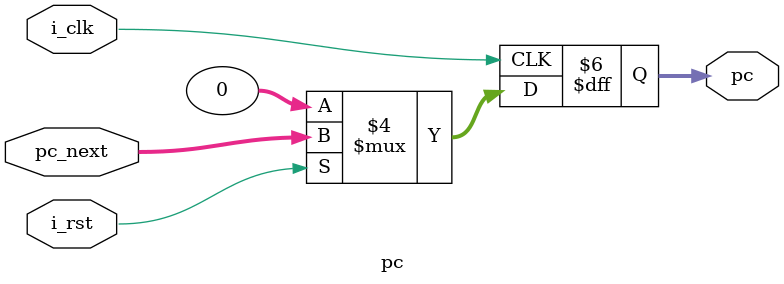
<source format=sv>
module pc(
    input 	logic [0:0]  i_clk, i_rst,
    input 	logic [31:0] pc_next,
    output 	logic [31:0] pc
);

    always @(posedge i_clk)
    begin
		if (!i_rst) begin
        // Nếu tín hiệu reset không hoạt động (active low), đặt pc_addr về 0
			pc <= 32'b0;
			end 
		else begin
        // Nếu không reset, cập nhật pc_addr với giá trị nxt_pc
			pc <= pc_next;
		end
    end
endmodule : pc


</source>
